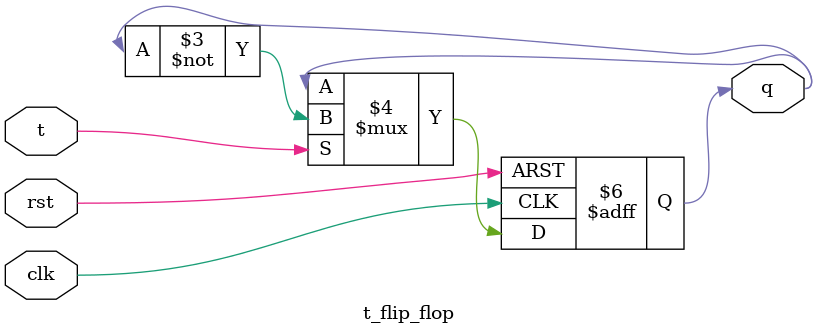
<source format=v>
module t_flip_flop(
    input clk,
    input rst,
    input t,
    output reg q
);

always @(posedge clk or posedge rst) begin
    if (rst == 1)
        q <= 1'b0;
    else if (t)
        q <= ~q;
    // Note: else clause for q <= q is redundant in sequential logic
end

endmodule

</source>
